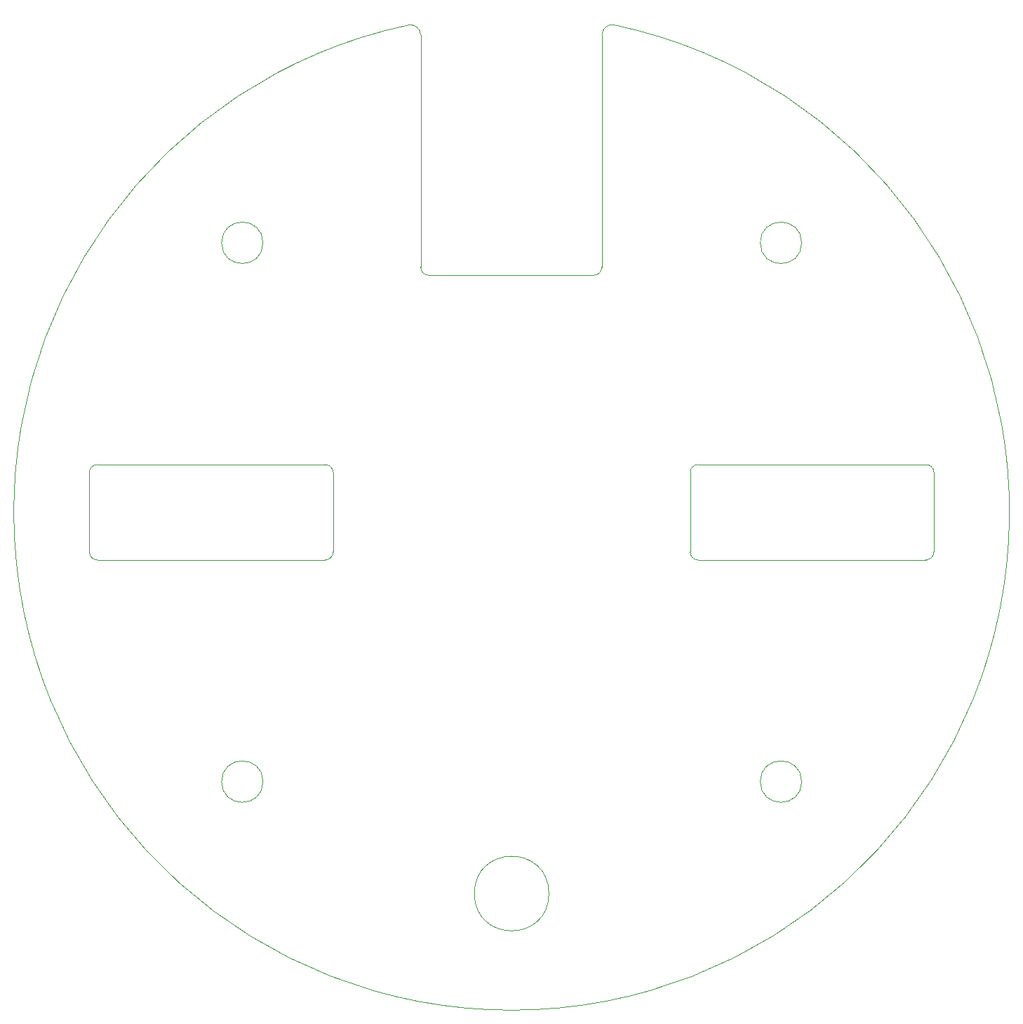
<source format=gbr>
%TF.GenerationSoftware,KiCad,Pcbnew,(6.0.9)*%
%TF.CreationDate,2022-11-13T20:23:47+01:00*%
%TF.ProjectId,afm_saucer,61666d5f-7361-4756-9365-722e6b696361,rev?*%
%TF.SameCoordinates,Original*%
%TF.FileFunction,Profile,NP*%
%FSLAX46Y46*%
G04 Gerber Fmt 4.6, Leading zero omitted, Abs format (unit mm)*
G04 Created by KiCad (PCBNEW (6.0.9)) date 2022-11-13 20:23:47*
%MOMM*%
%LPD*%
G01*
G04 APERTURE LIST*
%TA.AperFunction,Profile*%
%ADD10C,0.100000*%
%TD*%
G04 APERTURE END LIST*
D10*
X150000000Y-94250000D02*
X122500000Y-94250000D01*
X135000000Y-132500000D02*
G75*
G03*
X135000000Y-132500000I-2500000J0D01*
G01*
X122500000Y-94250000D02*
G75*
G03*
X121550000Y-95200000I0J-950000D01*
G01*
X87468458Y-41252129D02*
G75*
G03*
X112447100Y-41234180I12531542J-58747871D01*
G01*
X89026765Y-42447780D02*
G75*
G03*
X87468458Y-41252130I-1237865J-20D01*
G01*
X104500000Y-146000000D02*
G75*
G03*
X104500000Y-146000000I-4500000J0D01*
G01*
X89988861Y-71409944D02*
X109888861Y-71409944D01*
X150950000Y-95200000D02*
G75*
G03*
X150000000Y-94250000I-950000J0D01*
G01*
X122500000Y-105750000D02*
X150000000Y-105750000D01*
X109888863Y-71409862D02*
G75*
G03*
X110888861Y-70429830I19737J980062D01*
G01*
X121550000Y-104800000D02*
G75*
G03*
X122500000Y-105750000I950000J0D01*
G01*
X135000000Y-67500000D02*
G75*
G03*
X135000000Y-67500000I-2500000J0D01*
G01*
X70000000Y-132500000D02*
G75*
G03*
X70000000Y-132500000I-2500000J0D01*
G01*
X78450000Y-95200000D02*
X78450000Y-104800000D01*
X50000000Y-94250000D02*
G75*
G03*
X49050000Y-95200000I0J-950000D01*
G01*
X77500000Y-94250000D02*
X50000000Y-94250000D01*
X89026756Y-70447780D02*
G75*
G03*
X89988861Y-71409944I962144J-20D01*
G01*
X110888861Y-42429830D02*
X110888861Y-70429830D01*
X49050000Y-104800000D02*
G75*
G03*
X50000000Y-105750000I950000J0D01*
G01*
X150000000Y-105750000D02*
G75*
G03*
X150950000Y-104800000I0J950000D01*
G01*
X49050000Y-95200000D02*
X49050000Y-104800000D01*
X112447109Y-41234148D02*
G75*
G03*
X110888861Y-42429830I-320409J-1195652D01*
G01*
X77500000Y-105750000D02*
G75*
G03*
X78450000Y-104800000I0J950000D01*
G01*
X150950000Y-95200000D02*
X150950000Y-104800000D01*
X70000000Y-67500000D02*
G75*
G03*
X70000000Y-67500000I-2500000J0D01*
G01*
X121550000Y-95200000D02*
X121550000Y-104800000D01*
X78450000Y-95200000D02*
G75*
G03*
X77500000Y-94250000I-950000J0D01*
G01*
X89026697Y-42447780D02*
X89026697Y-70447780D01*
X50000000Y-105750000D02*
X77500000Y-105750000D01*
M02*

</source>
